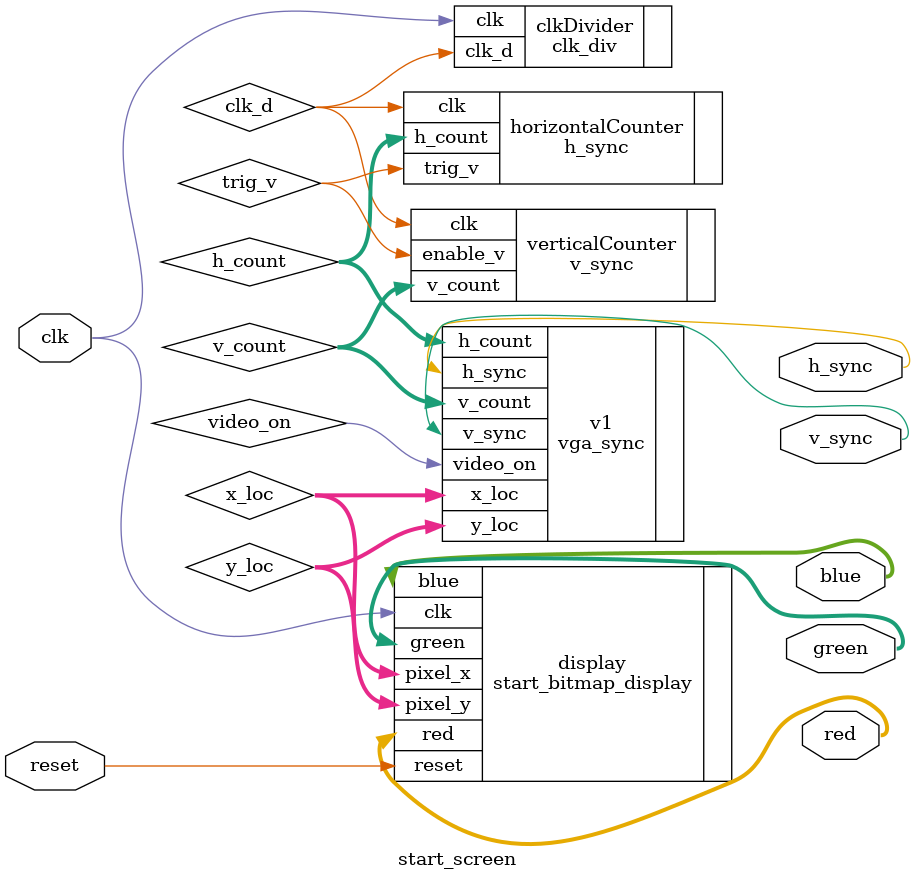
<source format=v>
`timescale 1ns / 1ps
module start_screen(
    input clk,                    // System clock
    input reset,                  // Reset input
    output h_sync,                // Horizontal sync for VGA
    output v_sync,                // Vertical sync for VGA
    output [3:0] red,         // Red color output
    output [3:0] green,       // Green color output
    output [3:0] blue         // Blue color output
);

// Internal wires
wire clk_d;                     
wire [9:0] h_count;             
wire [9:0] v_count;             
wire video_on;                  
wire trig_v;                    
wire [9:0] x_loc;              
wire [9:0] y_loc;              

// Clock divider
clk_div clkDivider (
    .clk(clk),
    .clk_d(clk_d)
);

// Horizontal sync generator
h_sync horizontalCounter (
    .clk(clk_d),
    .h_count(h_count),
    .trig_v(trig_v)
);

// Vertical sync generator
v_sync verticalCounter (
    .clk(clk_d),
    .enable_v(trig_v),
    .v_count(v_count)
);

// VGA sync generator
vga_sync v1 (
    .h_count(h_count),
    .v_count(v_count),
    .h_sync(h_sync),
    .v_sync(v_sync),
    .video_on(video_on),
    .x_loc(x_loc),
    .y_loc(y_loc)
);

// VGA pixel output
start_bitmap_display display (
    .clk(clk),
    .reset(reset),
    .pixel_x(x_loc),
    .pixel_y(y_loc),
    .red(red),
    .green(green),
    .blue(blue)
);

endmodule

</source>
